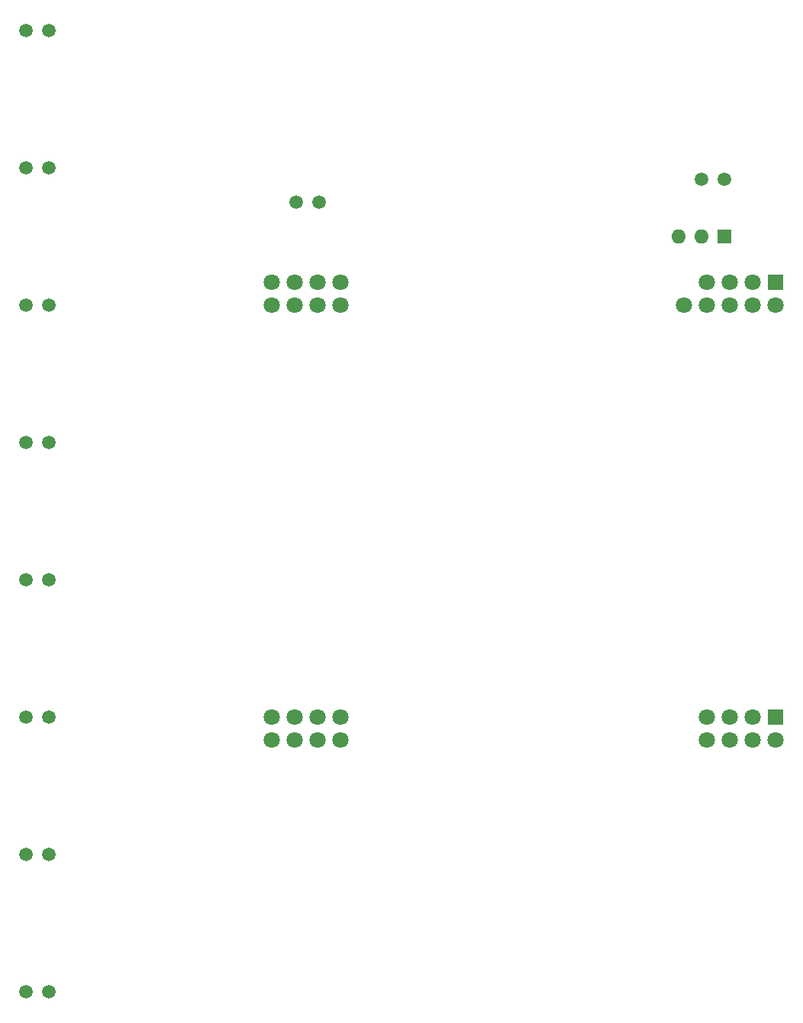
<source format=gbs>
G04 #@! TF.FileFunction,Soldermask,Bot*
%FSLAX46Y46*%
G04 Gerber Fmt 4.6, Leading zero omitted, Abs format (unit mm)*
G04 Created by KiCad (PCBNEW (2015-07-24 BZR 5989, Git 9b9c794)-product) date 27/07/2015 21:02:08*
%MOMM*%
G01*
G04 APERTURE LIST*
%ADD10C,0.100000*%
%ADD11R,1.800000X1.800000*%
%ADD12C,1.800000*%
%ADD13C,1.501140*%
%ADD14R,1.600000X1.600000*%
%ADD15O,1.600000X1.600000*%
G04 APERTURE END LIST*
D10*
D11*
X130175000Y-55880000D03*
D12*
X130175000Y-58420000D03*
X127635000Y-55880000D03*
X127635000Y-58420000D03*
X125095000Y-55880000D03*
X125095000Y-58420000D03*
X122555000Y-55880000D03*
X122555000Y-58420000D03*
X120015000Y-58420000D03*
X81915000Y-55880000D03*
X81915000Y-58420000D03*
X79375000Y-55880000D03*
X79375000Y-58420000D03*
X76835000Y-55880000D03*
X76835000Y-58420000D03*
X74295000Y-55880000D03*
X74295000Y-58420000D03*
D11*
X130175000Y-104140000D03*
D12*
X130175000Y-106680000D03*
X127635000Y-104140000D03*
X127635000Y-106680000D03*
X125095000Y-104140000D03*
X125095000Y-106680000D03*
X122555000Y-104140000D03*
X122555000Y-106680000D03*
X81915000Y-104140000D03*
X81915000Y-106680000D03*
X79375000Y-104140000D03*
X79375000Y-106680000D03*
X76835000Y-104140000D03*
X76835000Y-106680000D03*
X74295000Y-104140000D03*
X74295000Y-106680000D03*
D13*
X124460000Y-44450000D03*
X121920000Y-44450000D03*
X76962000Y-46990000D03*
X79502000Y-46990000D03*
D14*
X124460000Y-50800000D03*
D15*
X121920000Y-50800000D03*
X119380000Y-50800000D03*
D13*
X46990000Y-134620000D03*
X49530000Y-134620000D03*
X46990000Y-119380000D03*
X49530000Y-119380000D03*
X46990000Y-104140000D03*
X49530000Y-104140000D03*
X46990000Y-88900000D03*
X49530000Y-88900000D03*
X46990000Y-73660000D03*
X49530000Y-73660000D03*
X46990000Y-58420000D03*
X49530000Y-58420000D03*
X46990000Y-43180000D03*
X49530000Y-43180000D03*
X46990000Y-27940000D03*
X49530000Y-27940000D03*
M02*

</source>
